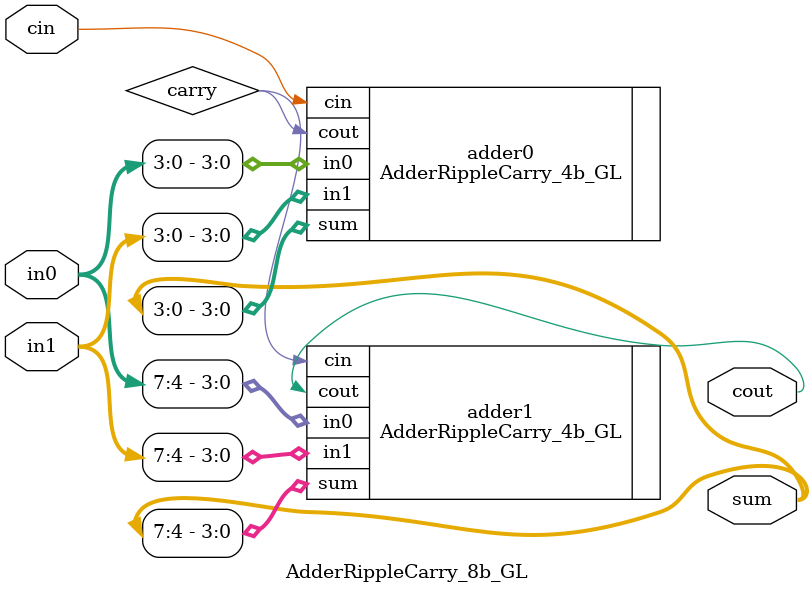
<source format=v>

`ifndef ADDER_RIPPLE_CARRY_8B_GL
`define ADDER_RIPPLE_CARRY_8B_GL

`include "AdderRippleCarry_4b_GL.v"

module AdderRippleCarry_8b_GL
(
  (* keep=1 *) input  wire [7:0] in0,
  (* keep=1 *) input  wire [7:0] in1,
  (* keep=1 *) input  wire       cin,
  (* keep=1 *) output wire       cout,
  (* keep=1 *) output wire [7:0] sum
);

  wire carry;

  //Two 4 bit ripple-carry adders chained together
  AdderRippleCarry_4b_GL adder0 (
    .in0(in0[3:0]),
    .in1(in1[3:0]),
    .cin(cin),
    .cout(carry),
    .sum(sum[3:0])
  );

    AdderRippleCarry_4b_GL adder1 (
    .in0(in0[7:4]),
    .in1(in1[7:4]),
    .cin(carry),
    .cout(cout),
    .sum(sum[7:4])
  );

endmodule

`endif /* ADDER_RIPPLE_CARRY_8B_GL */


</source>
